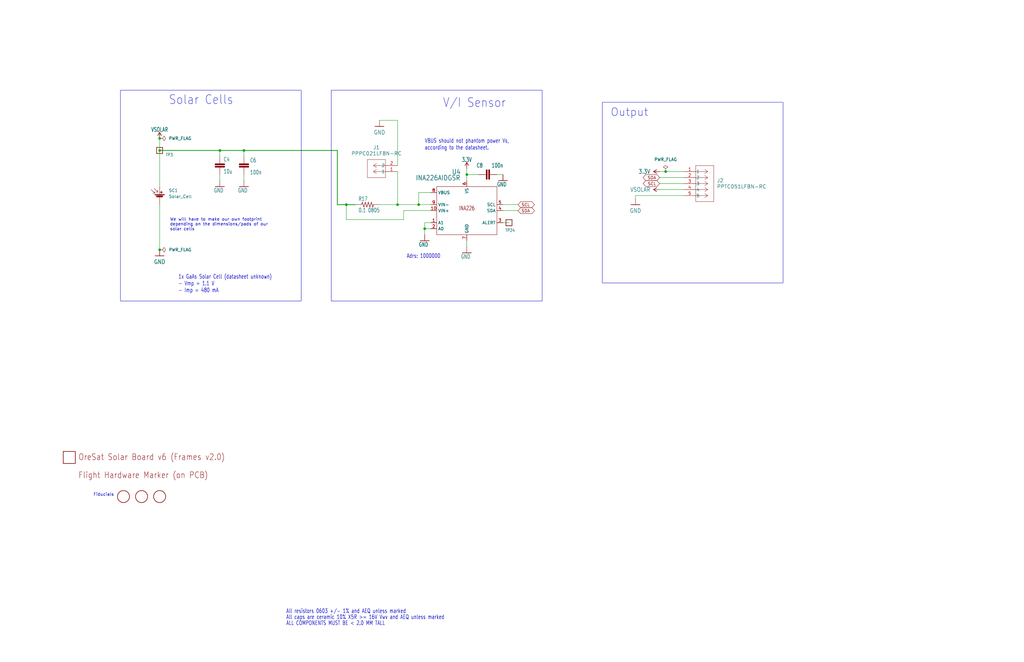
<source format=kicad_sch>
(kicad_sch (version 20250114) (generator "eeschema") (generator_version "9.0")
  (paper "USLedger")
  (title_block (title "OreSat Solar Module (for Frame 2.0)") (date "2023-12-20") (rev "6.0"))
  (lib_symbols
    (symbol "1u_panel-eagle-import:3.3V" (power)
      (property "Value" "3.3V" (at 0 2.794 0))
      (symbol "3.3V_1_0"
        (polyline (pts (xy 0 2.54) (xy -0.762 1.27)) (stroke (width 0.254)))
        (polyline (pts (xy 0.762 1.27) (xy 0 2.54)) (stroke (width 0.254)))
        (pin power_in line (at 0 0 90) (length 2.54) (name "3.3V") (number "1"))
      )
    )
    (symbol "1u_panel-eagle-import:FIDUCIAL"
      (symbol "FIDUCIAL_1_0"
        (circle (center 0 0) (radius 2.54) (stroke (width 0.254)))
      )
    )
    (symbol "1u_panel-eagle-import:FLIGHMARKERNEW"
      (symbol "FLIGHMARKERNEW_1_0"
        (text "Flight Hardware Marker (on PCB)" (at 0 0 0) (effects (font (size 2.54 2.159)) (justify left bottom)))
      )
    )
    (symbol "1u_panel-eagle-import:GND" (power)
      (property "Value" "GND" (at -2.54 -2.54 0))
      (symbol "GND_1_0"
        (polyline (pts (xy -1.905 0) (xy 1.905 0)) (stroke (width 0.254)))
        (pin power_in line (at 0 2.54 270) (length 2.54) (name "GND") (number "1"))
      )
    )
    (symbol "1u_panel-eagle-import:INA226AIDGSR"
      (symbol "INA226AIDGSR_1_0"
        (polyline (pts (xy -12.7 10.16) (xy -12.7 -10.16)) (stroke (width 0.1524)))
        (polyline (pts (xy -12.7 -10.16) (xy 12.7 -10.16)) (stroke (width 0.1524)))
        (polyline (pts (xy 12.7 10.16) (xy -12.7 10.16)) (stroke (width 0.1524)))
        (polyline (pts (xy 12.7 -10.16) (xy 12.7 10.16)) (stroke (width 0.1524)))
        (text "INA226" (at 0 0 0) (effects (font (size 1.778 1.27)) (justify bottom)))
        (pin input line (at -15.24 7.62 0) (length 2.54) (name "VBUS") (number "8"))
        (pin input line (at -15.24 2.54 0) (length 2.54) (name "VIN-") (number "9"))
        (pin input line (at -15.24 0 0) (length 2.54) (name "VIN+") (number "10"))
        (pin passive line (at -15.24 -5.08 0) (length 2.54) (name "A1") (number "1"))
        (pin passive line (at -15.24 -7.62 0) (length 2.54) (name "A0") (number "2"))
        (pin power_in line (at 0 12.7 270) (length 2.54) (name "VS") (number "6"))
        (pin power_in line (at 0 -12.7 90) (length 2.54) (name "GND") (number "7"))
        (pin input line (at 15.24 2.54 180) (length 2.54) (name "SCL") (number "5"))
        (pin bidirectional line (at 15.24 0 180) (length 2.54) (name "SDA") (number "4"))
        (pin output line (at 15.24 -5.08 180) (length 2.54) (name "ALERT") (number "3"))
      )
    )
    (symbol "1u_panel-eagle-import:ORESAT-SOLAR-BOARD-V4-SPECTROLABS"
      (symbol "ORESAT-SOLAR-BOARD-V4-SPECTROLABS_1_0"
        (polyline (pts (xy -2.54 2.54) (xy -2.54 -2.54)) (stroke (width 0.254)))
        (polyline (pts (xy -2.54 -2.54) (xy 2.54 -2.54)) (stroke (width 0.254)))
        (polyline (pts (xy 2.54 2.54) (xy -2.54 2.54)) (stroke (width 0.254)))
        (polyline (pts (xy 2.54 -2.54) (xy 2.54 2.54)) (stroke (width 0.254)))
        (text "OreSat Solar Board v6 (Frames v2.0)" (at 3.81 -1.27 0) (effects (font (size 2.54 2.159)) (justify left bottom)))
      )
    )
    (symbol "1u_panel-eagle-import:R-US_0805-C-NOSILK"
      (property "Reference" "R" (at -3.81 1.4986 0))
      (symbol "R-US_0805-C-NOSILK_1_0"
        (polyline (pts (xy -2.54 0) (xy -2.159 1.016)) (stroke (width 0.2032)))
        (polyline (pts (xy -2.159 1.016) (xy -1.524 -1.016)) (stroke (width 0.2032)))
        (polyline (pts (xy -1.524 -1.016) (xy -0.889 1.016)) (stroke (width 0.2032)))
        (polyline (pts (xy -0.889 1.016) (xy -0.254 -1.016)) (stroke (width 0.2032)))
        (polyline (pts (xy -0.254 -1.016) (xy 0.381 1.016)) (stroke (width 0.2032)))
        (polyline (pts (xy 0.381 1.016) (xy 1.016 -1.016)) (stroke (width 0.2032)))
        (polyline (pts (xy 1.016 -1.016) (xy 1.651 1.016)) (stroke (width 0.2032)))
        (polyline (pts (xy 1.651 1.016) (xy 2.286 -1.016)) (stroke (width 0.2032)))
        (polyline (pts (xy 2.286 -1.016) (xy 2.54 0)) (stroke (width 0.2032)))
        (pin passive line (at -5.08 0 0) (length 2.54) (name "1") (number "1"))
        (pin passive line (at 5.08 0 180) (length 2.54) (name "2") (number "2"))
      )
    )
    (symbol "1u_panel-eagle-import:TEST-POINT-LARGE-SQUARE"
      (property "Reference" "TP" (at -2.54 2.54 0))
      (symbol "TEST-POINT-LARGE-SQUARE_1_0"
        (polyline (pts (xy -1.27 1.27) (xy 1.27 1.27)) (stroke (width 0.254)))
        (polyline (pts (xy -1.27 -1.27) (xy -1.27 1.27)) (stroke (width 0.254)))
        (polyline (pts (xy 1.27 1.27) (xy 1.27 -1.27)) (stroke (width 0.254)))
        (polyline (pts (xy 1.27 -1.27) (xy -1.27 -1.27)) (stroke (width 0.254)))
        (pin passive line (at 0 0 0) (length 0) (name "1") (number "1"))
      )
    )
    (symbol "1u_panel-eagle-import:VSOLAR" (power)
      (property "Value" "VSOLAR" (at 0 2.794 0))
      (symbol "VSOLAR_1_0"
        (polyline (pts (xy 0 2.54) (xy -0.762 1.27)) (stroke (width 0.254)))
        (polyline (pts (xy 0.762 1.27) (xy 0 2.54)) (stroke (width 0.254)))
        (pin power_in line (at 0 0 90) (length 2.54) (name "VSOLAR") (number "1"))
      )
    )
    (symbol "1u_panel-eagle-import:oresat-rcl_C-EU0603-C-NOSILK"
      (property "Reference" "C" (at 1.524 0.381 0))
      (symbol "oresat-rcl_C-EU0603-C-NOSILK_1_0"
        (rectangle (start -2.032 -1.016) (end 2.032 -0.508) (fill (type outline)))
        (rectangle (start -2.032 -2.032) (end 2.032 -1.524) (fill (type outline)))
        (polyline (pts (xy 0 0) (xy 0 -0.508)) (stroke (width 0.1524)))
        (polyline (pts (xy 0 -2.54) (xy 0 -2.032)) (stroke (width 0.1524)))
        (pin passive line (at 0 2.54 270) (length 2.54) (name "1") (number "1"))
        (pin passive line (at 0 -5.08 90) (length 2.54) (name "2") (number "2"))
      )
    )
    (symbol "3.3V_1" (power)
      (property "Value" "3.3V" (at 0 2.794 0))
      (symbol "3.3V_1_1_0"
        (polyline (pts (xy 0 2.54) (xy -0.762 1.27)) (stroke (width 0.254)))
        (polyline (pts (xy 0.762 1.27) (xy 0 2.54)) (stroke (width 0.254)))
        (pin power_in line (at 0 0 90) (length 2.54) (name "3.3V") (number "1"))
      )
    )
    (symbol "Device:Solar_Cell" (pin_numbers (hide yes)) (pin_names (offset 0) (hide yes))
      (property "Reference" "SC" (at 2.54 2.54 0))
      (property "Value" "Solar_Cell" (at 2.54 0 0))
      (symbol "Solar_Cell_0_1"
        (polyline (pts (xy -2.032 3.048) (xy -2.032 2.286) (xy -2.794 2.286)))
        (polyline (pts (xy -2.032 2.286) (xy -3.556 3.81)))
        (rectangle (start -2.032 1.778) (end 2.032 1.524) (fill (type outline)))
        (rectangle (start -1.3208 1.1938) (end 1.27 0.6858) (fill (type outline)))
        (polyline (pts (xy -0.762 3.556) (xy -0.762 2.794) (xy -1.524 2.794)))
        (polyline (pts (xy -0.762 2.794) (xy -2.286 4.318)))
        (polyline (pts (xy 0 1.778) (xy 0 2.54)))
        (polyline (pts (xy 0 0.762) (xy 0 0)))
        (polyline (pts (xy 0.254 2.667) (xy 1.27 2.667)) (stroke (width 0.254)))
        (polyline (pts (xy 0.762 3.175) (xy 0.762 2.159)) (stroke (width 0.254)))
      )
      (symbol "Solar_Cell_1_1"
        (pin passive line (at 0 5.08 270) (length 2.54) (name "+") (number "1"))
        (pin passive line (at 0 -2.54 90) (length 2.54) (name "-") (number "2"))
      )
    )
    (symbol "GND_1" (power)
      (property "Value" "GND" (at -2.54 -2.54 0))
      (symbol "GND_1_1_0"
        (polyline (pts (xy -1.905 0) (xy 1.905 0)) (stroke (width 0.254)))
        (pin power_in line (at 0 2.54 270) (length 2.54) (name "GND") (number "1"))
      )
    )
    (symbol "GND_2" (power)
      (property "Value" "GND" (at -2.54 -2.54 0))
      (symbol "GND_2_1_0"
        (polyline (pts (xy -1.905 0) (xy 1.905 0)) (stroke (width 0.254)))
        (pin power_in line (at 0 2.54 270) (length 2.54) (name "GND") (number "1"))
      )
    )
    (symbol "GND_4" (power)
      (property "Value" "GND" (at -2.54 -2.54 0))
      (symbol "GND_4_1_0"
        (polyline (pts (xy -1.905 0) (xy 1.905 0)) (stroke (width 0.254)))
        (pin power_in line (at 0 2.54 270) (length 2.54) (name "GND") (number "1"))
      )
    )
    (symbol "VSOLAR_1" (power)
      (property "Value" "VSOLAR" (at 0 2.794 0))
      (symbol "VSOLAR_1_1_0"
        (polyline (pts (xy 0 2.54) (xy -0.762 1.27)) (stroke (width 0.254)))
        (polyline (pts (xy 0.762 1.27) (xy 0 2.54)) (stroke (width 0.254)))
        (pin power_in line (at 0 0 90) (length 2.54) (name "VSOLAR") (number "1"))
      )
    )
    (symbol "conn-2pin:PPPC021LFBN-RC" (pin_names (offset 0.254))
      (property "Reference" "J" (at 8.89 6.35 0))
      (property "Value" "PPPC021LFBN-RC" (at 0 0 0))
      (symbol "PPPC021LFBN-RC_1_1"
        (polyline (pts (xy 5.08 2.54) (xy 5.08 -5.08)) (stroke (width 0.127)))
        (polyline (pts (xy 5.08 -5.08) (xy 12.7 -5.08)) (stroke (width 0.127)))
        (polyline (pts (xy 10.16 0) (xy 5.08 0)) (stroke (width 0.127)))
        (polyline (pts (xy 10.16 0) (xy 8.89 0.8467)) (stroke (width 0.127)))
        (polyline (pts (xy 10.16 0) (xy 8.89 -0.8467)) (stroke (width 0.127)))
        (polyline (pts (xy 10.16 -2.54) (xy 5.08 -2.54)) (stroke (width 0.127)))
        (polyline (pts (xy 10.16 -2.54) (xy 8.89 -1.6933)) (stroke (width 0.127)))
        (polyline (pts (xy 10.16 -2.54) (xy 8.89 -3.3867)) (stroke (width 0.127)))
        (polyline (pts (xy 12.7 2.54) (xy 5.08 2.54)) (stroke (width 0.127)))
        (polyline (pts (xy 12.7 -5.08) (xy 12.7 2.54)) (stroke (width 0.127)))
        (pin unspecified line (at 0 0 0) (length 5.08) (name "1") (number "1"))
        (pin unspecified line (at 0 -2.54 0) (length 5.08) (name "2") (number "2"))
      )
      (symbol "PPPC021LFBN-RC_1_2"
        (polyline (pts (xy 5.08 2.54) (xy 5.08 -5.08)) (stroke (width 0.127)))
        (polyline (pts (xy 5.08 -5.08) (xy 12.7 -5.08)) (stroke (width 0.127)))
        (polyline (pts (xy 7.62 0) (xy 5.08 0)) (stroke (width 0.127)))
        (polyline (pts (xy 7.62 0) (xy 8.89 0.8467)) (stroke (width 0.127)))
        (polyline (pts (xy 7.62 0) (xy 8.89 -0.8467)) (stroke (width 0.127)))
        (polyline (pts (xy 7.62 -2.54) (xy 5.08 -2.54)) (stroke (width 0.127)))
        (polyline (pts (xy 7.62 -2.54) (xy 8.89 -1.6933)) (stroke (width 0.127)))
        (polyline (pts (xy 7.62 -2.54) (xy 8.89 -3.3867)) (stroke (width 0.127)))
        (polyline (pts (xy 12.7 2.54) (xy 5.08 2.54)) (stroke (width 0.127)))
        (polyline (pts (xy 12.7 -5.08) (xy 12.7 2.54)) (stroke (width 0.127)))
        (pin unspecified line (at 0 0 0) (length 5.08) (name "1") (number "1"))
        (pin unspecified line (at 0 -2.54 0) (length 5.08) (name "2") (number "2"))
      )
    )
    (symbol "conn-5pin:PPTC051LFBN-RC" (pin_names (offset 0.254))
      (property "Reference" "J" (at 8.89 6.35 0))
      (property "Value" "PPTC051LFBN-RC" (at -0.254 4.318 0))
      (symbol "PPTC051LFBN-RC_0_1"
        (polyline (pts (xy 5.08 2.54) (xy 5.08 -12.7)) (stroke (width 0.127)))
        (polyline (pts (xy 5.08 -12.7) (xy 12.7 -12.7)) (stroke (width 0.127)))
        (polyline (pts (xy 10.16 0) (xy 5.08 0)) (stroke (width 0.127)))
        (polyline (pts (xy 10.16 0) (xy 8.89 0.8467)) (stroke (width 0.127)))
        (polyline (pts (xy 10.16 0) (xy 8.89 -0.8467)) (stroke (width 0.127)))
        (polyline (pts (xy 10.16 -2.54) (xy 5.08 -2.54)) (stroke (width 0.127)))
        (polyline (pts (xy 10.16 -2.54) (xy 8.89 -1.6933)) (stroke (width 0.127)))
        (polyline (pts (xy 10.16 -2.54) (xy 8.89 -3.3867)) (stroke (width 0.127)))
        (polyline (pts (xy 10.16 -5.08) (xy 5.08 -5.08)) (stroke (width 0.127)))
        (polyline (pts (xy 10.16 -5.08) (xy 8.89 -4.2333)) (stroke (width 0.127)))
        (polyline (pts (xy 10.16 -5.08) (xy 8.89 -5.9267)) (stroke (width 0.127)))
        (polyline (pts (xy 10.16 -7.62) (xy 5.08 -7.62)) (stroke (width 0.127)))
        (polyline (pts (xy 10.16 -7.62) (xy 8.89 -6.7733)) (stroke (width 0.127)))
        (polyline (pts (xy 10.16 -7.62) (xy 8.89 -8.4667)) (stroke (width 0.127)))
        (polyline (pts (xy 10.16 -10.16) (xy 5.08 -10.16)) (stroke (width 0.127)))
        (polyline (pts (xy 10.16 -10.16) (xy 8.89 -9.3133)) (stroke (width 0.127)))
        (polyline (pts (xy 10.16 -10.16) (xy 8.89 -11.0067)) (stroke (width 0.127)))
        (polyline (pts (xy 12.7 2.54) (xy 5.08 2.54)) (stroke (width 0.127)))
        (polyline (pts (xy 12.7 -12.7) (xy 12.7 2.54)) (stroke (width 0.127)))
      )
      (symbol "PPTC051LFBN-RC_1_1"
        (pin bidirectional line (at 0 0 0) (length 5.08) (name "1") (number "1"))
        (pin bidirectional line (at 0 -2.54 0) (length 5.08) (name "2") (number "2"))
        (pin bidirectional line (at 0 -5.08 0) (length 5.08) (name "3") (number "3"))
        (pin bidirectional line (at 0 -7.62 0) (length 5.08) (name "4") (number "4"))
        (pin bidirectional line (at 0 -10.16 0) (length 5.08) (name "5") (number "5"))
      )
    )
    (symbol "power:PWR_FLAG" (power) (pin_numbers (hide yes)) (pin_names (offset 0) (hide yes))
      (property "Value" "PWR_FLAG" (at 0 3.81 0))
      (symbol "PWR_FLAG_0_0"
        (pin power_out line (at 0 0 90) (length 0) (name "~") (number "1"))
      )
      (symbol "PWR_FLAG_0_1"
        (polyline (pts (xy 0 0) (xy 0 1.27) (xy -1.016 1.905) (xy 0 2.54) (xy 1.016 1.905) (xy 0 1.27)))
      )
    )
  )
  (rectangle (start 254 43.18) (end 330.2 119.38))
  (rectangle (start 139.7 38.1) (end 228.6 127))
  (rectangle (start 50.8 38.1) (end 127 127))
  (text "ALL COMPONENTS MUST BE < 2.0 MM TALL" (at 120.65 264.16 0) (effects (font (size 1.778 1.27)) (justify left bottom)))
  (text "All resistors 0603 +/- 1% and AEQ unless marked" (at 120.65 259.08 0) (effects (font (size 1.778 1.27)) (justify left bottom)))
  (text "Solar Cells" (at 71.12 44.45 0) (effects (font (size 3.81 3.2385)) (justify left bottom)))
  (text "We will have to make our own footprint \ndepending on the dimensions/pads of our \nsolar cells" (at 71.628 94.742 0) (effects (font (size 1.27 1.27)) (justify left)))
  (text "All caps are ceramic 10% X5R >= 16V Vwv and AEQ unless marked" (at 120.65 261.62 0) (effects (font (size 1.778 1.27)) (justify left bottom)))
  (text "Fiducials" (at 39.37 209.55 0) (effects (font (size 1.27 1.27)) (justify left bottom)))
  (text "VBUS should not phantom power Vs,\naccording to the datasheet." (at 179.07 63.5 0) (effects (font (size 1.778 1.27)) (justify left bottom)))
  (text "V/I Sensor" (at 186.69 45.72 0) (effects (font (size 3.81 3.2385)) (justify left bottom)))
  (text "1x GaAs Solar Cell (datasheet unknown)\n- Vmp = 1.1 V\n- Imp = 480 mA" (at 75.184 123.698 0) (effects (font (size 1.778 1.27)) (justify left bottom)))
  (text "ALL COMPONENTS ABOVE FASTENERS MUST BE < 0.7 MM TALL" (at 29.21 292.1 0) (effects (font (size 1.778 1.27)) (justify left bottom)))
  (text "Adrs: 1000000" (at 171.45 109.22 0) (effects (font (size 1.778 1.27)) (justify left bottom)))
  (text "Output" (at 265.43 47.498 0) (effects (font (size 3.2385 3.2385))))
  (junction (at 92.71 63.5))
  (junction (at 167.64 86.36))
  (junction (at 67.31 105.41))
  (junction (at 102.87 63.5))
  (junction (at 280.67 72.39))
  (junction (at 67.31 58.42))
  (junction (at 196.85 73.66))
  (junction (at 176.53 86.36))
  (junction (at 179.07 96.52))
  (junction (at 67.31 63.5))
  (junction (at 146.05 86.36))
  (wire (pts (xy 176.53 86.36) (xy 181.61 86.36)))
  (wire (pts (xy 196.85 73.66) (xy 201.93 73.66)) (stroke (width 0.1524)))
  (wire (pts (xy 102.87 76.2) (xy 102.87 73.66)) (stroke (width 0.1524)))
  (wire (pts (xy 196.85 73.66) (xy 196.85 71.12)) (stroke (width 0.1524)))
  (wire (pts (xy 181.61 81.28) (xy 176.53 81.28)))
  (wire (pts (xy 167.64 86.36) (xy 176.53 86.36)))
  (wire (pts (xy 278.13 77.47) (xy 288.29 77.47)))
  (wire (pts (xy 142.24 63.5) (xy 142.24 86.36)) (stroke (width 0.3048)))
  (wire (pts (xy 102.87 63.5) (xy 142.24 63.5)) (stroke (width 0.3048)))
  (wire (pts (xy 280.67 72.39) (xy 288.29 72.39)))
  (wire (pts (xy 176.53 81.28) (xy 176.53 86.36)))
  (wire (pts (xy 179.07 93.98) (xy 179.07 96.52)) (stroke (width 0.1524)))
  (wire (pts (xy 67.31 63.5) (xy 67.31 58.42)) (stroke (width 0.1524)))
  (wire (pts (xy 170.18 88.9) (xy 170.18 92.71)))
  (wire (pts (xy 102.87 66.04) (xy 102.87 63.5)) (stroke (width 0.1524)))
  (wire (pts (xy 278.13 72.39) (xy 280.67 72.39)))
  (wire (pts (xy 146.05 92.71) (xy 146.05 86.36)))
  (wire (pts (xy 179.07 96.52) (xy 179.07 99.06)) (stroke (width 0.1524)))
  (wire (pts (xy 167.64 50.8) (xy 167.64 69.85)))
  (wire (pts (xy 167.64 72.39) (xy 167.64 86.36)))
  (wire (pts (xy 67.31 86.36) (xy 67.31 105.41)))
  (wire (pts (xy 92.71 73.66) (xy 92.71 76.2)) (stroke (width 0.1524)))
  (wire (pts (xy 218.44 86.36) (xy 212.09 86.36)) (stroke (width 0.1524)))
  (wire (pts (xy 179.07 96.52) (xy 181.61 96.52)) (stroke (width 0.1524)))
  (wire (pts (xy 196.85 76.2) (xy 196.85 73.66)) (stroke (width 0.1524)))
  (wire (pts (xy 288.29 82.55) (xy 267.97 82.55)))
  (wire (pts (xy 212.09 73.66) (xy 209.55 73.66)) (stroke (width 0.1524)))
  (wire (pts (xy 92.71 63.5) (xy 102.87 63.5)) (stroke (width 0.3048)))
  (wire (pts (xy 278.13 74.93) (xy 288.29 74.93)))
  (wire (pts (xy 167.64 50.8) (xy 160.02 50.8)))
  (wire (pts (xy 214.63 93.98) (xy 212.09 93.98)) (stroke (width 0.1524)))
  (wire (pts (xy 278.13 80.01) (xy 288.29 80.01)))
  (wire (pts (xy 267.97 82.55) (xy 267.97 83.82)))
  (wire (pts (xy 181.61 88.9) (xy 170.18 88.9)))
  (wire (pts (xy 196.85 104.14) (xy 196.85 101.6)) (stroke (width 0.1524)))
  (wire (pts (xy 92.71 66.04) (xy 92.71 63.5)) (stroke (width 0.1524)))
  (wire (pts (xy 179.07 93.98) (xy 181.61 93.98)) (stroke (width 0.1524)))
  (wire (pts (xy 212.09 88.9) (xy 218.44 88.9)) (stroke (width 0.1524)))
  (wire (pts (xy 67.31 63.5) (xy 92.71 63.5)) (stroke (width 0.3048)))
  (wire (pts (xy 67.31 63.5) (xy 67.31 72.39)) (stroke (width 0.1524)))
  (wire (pts (xy 160.02 86.36) (xy 167.64 86.36)))
  (wire (pts (xy 170.18 92.71) (xy 146.05 92.71)))
  (wire (pts (xy 67.31 72.39) (xy 67.31 78.74)))
  (wire (pts (xy 142.24 86.36) (xy 146.05 86.36)) (stroke (width 0.3048)))
  (wire (pts (xy 146.05 86.36) (xy 149.86 86.36)) (stroke (width 0.3048)))
  (global_label "SCL" (shape bidirectional) (at 218.44 86.36 0) (effects (font (size 1.2446 1.2446))) (property "Intersheetrefs" "${INTERSHEET_REFS}" (effects (hide yes))))
  (global_label "SCL" (shape bidirectional) (at 278.13 77.47 180) (effects (font (size 1.2446 1.2446))) (property "Intersheetrefs" "${INTERSHEET_REFS}" (effects (hide yes))))
  (global_label "SDA" (shape bidirectional) (at 278.13 74.93 180) (effects (font (size 1.2446 1.2446))) (property "Intersheetrefs" "${INTERSHEET_REFS}" (effects (hide yes))))
  (global_label "SDA" (shape bidirectional) (at 218.44 88.9 0) (effects (font (size 1.2446 1.2446))) (property "Intersheetrefs" "${INTERSHEET_REFS}" (effects (hide yes))))
  (symbol (lib_id "1u_panel-eagle-import:GND") (at 92.71 78.74 0) (unit 1)
    (property "Reference" "#GND02" (effects (hide yes)))
    (property "Value" "GND" (at 90.17 81.28 0) (effects (font (size 1.778 1.27)) (justify left bottom)))
  )
  (symbol (lib_id "1u_panel-eagle-import:oresat-rcl_C-EU0603-C-NOSILK") (at 204.47 73.66 90) (mirror x) (unit 1)
    (property "Reference" "C8" (at 200.914 70.739 90) (effects (font (size 1.778 1.27)) (justify right bottom)))
    (property "Value" "100n" (at 207.264 70.739 90) (effects (font (size 1.778 1.27)) (justify right bottom)))
    (property "Footprint" "1u_panel:.0603-C-NOSILK" (effects (hide yes)))
    (property "DIS" "Digi-Key" (effects (hide yes)))
    (property "DPN" "1276-6985-1-ND" (effects (hide yes)))
    (property "MFR" "Kemet" (effects (hide yes)))
    (property "MPN" "CL10B104KB85PND" (effects (hide yes)))
  )
  (symbol (lib_id "1u_panel-eagle-import:GND") (at 212.09 76.2 0) (unit 1)
    (property "Reference" "#GND043" (effects (hide yes)))
    (property "Value" "GND" (at 209.55 78.74 0) (effects (font (size 1.778 1.27)) (justify left bottom)))
  )
  (symbol (lib_id "1u_panel-eagle-import:FLIGHMARKERNEW") (at 33.02 201.93 0) (unit 1)
    (property "Reference" "U$1" (effects (hide yes)))
    (property "Value" "FLIGHMARKERNEW" (effects (hide yes)))
    (property "Footprint" "1u_panel:FLIGHTMARKER_NEW_BOARDS" (effects (hide yes)))
  )
  (symbol (lib_name "3.3V_1") (lib_id "1u_panel-eagle-import:3.3V") (at 278.13 72.39 90) (unit 1)
    (property "Reference" "#SUPPLY01" (effects (hide yes)))
    (property "Value" "3.3V" (at 274.32 72.39 90) (effects (font (size 1.778 1.5113)) (justify left)))
  )
  (symbol (lib_id "power:PWR_FLAG") (at 67.31 105.41 270) (unit 1)
    (property "Reference" "#FLG02" (effects (hide yes)))
    (property "Value" "PWR_FLAG" (at 71.12 105.4099 90) (effects (justify left)))
    (property "Description" "Special symbol for telling ERC where power comes from" (effects (hide yes)))
  )
  (symbol (lib_id "1u_panel-eagle-import:FIDUCIAL") (at 52.07 209.55 0) (unit 1)
    (property "Reference" "U$4" (effects (hide yes)))
    (property "Value" "FIDUCIAL" (effects (hide yes)))
    (property "Footprint" "1u_panel:FIDUCIAL_1MM" (effects (hide yes)))
  )
  (symbol (lib_id "1u_panel-eagle-import:TEST-POINT-LARGE-SQUARE") (at 67.31 63.5 0) (unit 1)
    (property "Reference" "TP3" (at 69.85 66.04 0) (effects (font (size 1.27 1.0795)) (justify left bottom)))
    (property "Value" "TEST-POINT-LARGE-SQUARE" (effects (hide yes)))
    (property "Footprint" "1u_panel:1X01" (effects (hide yes)))
  )
  (symbol (lib_id "1u_panel-eagle-import:FIDUCIAL") (at 67.31 209.55 0) (unit 1)
    (property "Reference" "U$3" (effects (hide yes)))
    (property "Value" "FIDUCIAL" (effects (hide yes)))
    (property "Footprint" "1u_panel:FIDUCIAL_1MM" (effects (hide yes)))
  )
  (symbol (lib_id "conn-5pin:PPTC051LFBN-RC") (at 288.29 72.39 0) (unit 1)
    (property "Reference" "J2" (at 302.26 76.1999 0) (effects (font (size 1.524 1.524)) (justify left)))
    (property "Value" "PPTC051LFBN-RC" (at 302.26 78.7399 0) (effects (font (size 1.524 1.524)) (justify left)))
    (property "Footprint" "CONN5_1LFBN-RC_SUL" (effects (hide yes)))
    (property "Datasheet" "PPTC051LFBN-RC" (effects (hide yes)))
  )
  (symbol (lib_id "power:PWR_FLAG") (at 280.67 72.39 0) (unit 1)
    (property "Reference" "#FLG03" (effects (hide yes)))
    (property "Value" "PWR_FLAG" (at 280.67 67.31 0))
    (property "Description" "Special symbol for telling ERC where power comes from" (effects (hide yes)))
  )
  (symbol (lib_id "1u_panel-eagle-import:GND") (at 102.87 78.74 0) (unit 1)
    (property "Reference" "#GND03" (effects (hide yes)))
    (property "Value" "GND" (at 100.33 81.28 0) (effects (font (size 1.778 1.27)) (justify left bottom)))
  )
  (symbol (lib_id "conn-2pin:PPPC021LFBN-RC") (at 167.64 72.39 180) (unit 1)
    (property "Reference" "J1" (at 158.75 62.23 0) (effects (font (size 1.524 1.524))))
    (property "Value" "PPPC021LFBN-RC" (at 158.75 64.77 0) (effects (font (size 1.524 1.524))))
    (property "Footprint" "conn-2pin:CONN_PPPC021_SUL" (effects (hide yes)))
    (property "Datasheet" "PPPC021LFBN-RC" (effects (hide yes)))
  )
  (symbol (lib_id "1u_panel-eagle-import:oresat-rcl_C-EU0603-C-NOSILK") (at 102.87 68.58 0) (unit 1)
    (property "Reference" "C6" (at 105.41 68.58 0) (effects (font (size 1.778 1.27)) (justify left bottom)))
    (property "Value" "100n" (at 105.41 73.66 0) (effects (font (size 1.778 1.27)) (justify left bottom)))
    (property "Footprint" "1u_panel:.0603-C-NOSILK" (effects (hide yes)))
    (property "DIS" "Digi-Key" (effects (hide yes)))
    (property "DPN" "1276-6985-1-ND" (effects (hide yes)))
    (property "MFR" "Kemet" (effects (hide yes)))
    (property "MPN" "CL10B104KB85PND" (effects (hide yes)))
  )
  (symbol (lib_name "GND_2") (lib_id "1u_panel-eagle-import:GND") (at 160.02 53.34 0) (unit 1)
    (property "Reference" "#GND05" (effects (hide yes)))
    (property "Value" "GND" (at 160.02 55.88 0) (effects (font (size 1.778 1.5113))))
  )
  (symbol (lib_id "Device:Solar_Cell") (at 67.31 83.82 0) (unit 1)
    (property "Reference" "SC1" (at 71.12 80.3909 0) (effects (justify left)))
    (property "Value" "Solar_Cell" (at 71.12 82.9309 0) (effects (justify left)))
    (property "Description" "Single solar cell" (effects (hide yes)))
  )
  (symbol (lib_id "1u_panel-eagle-import:ORESAT-SOLAR-BOARD-V4-SPECTROLABS") (at 29.21 193.04 0) (unit 1)
    (property "Reference" "PCB1" (effects (hide yes)))
    (property "Value" "ORESAT-SOLAR-BOARD-V4-SPECTROLABS" (effects (hide yes)))
    (property "Footprint" "1u_panel:ORESAT-SOLAR-BOARD-V4" (effects (hide yes)))
  )
  (symbol (lib_name "GND_1") (lib_id "1u_panel-eagle-import:GND") (at 267.97 86.36 0) (unit 1)
    (property "Reference" "#GND04" (effects (hide yes)))
    (property "Value" "GND" (at 267.97 88.9 0) (effects (font (size 1.778 1.5113))))
  )
  (symbol (lib_id "1u_panel-eagle-import:FIDUCIAL") (at 59.69 209.55 0) (unit 1)
    (property "Reference" "U$2" (effects (hide yes)))
    (property "Value" "FIDUCIAL" (effects (hide yes)))
    (property "Footprint" "1u_panel:FIDUCIAL_1MM" (effects (hide yes)))
  )
  (symbol (lib_id "1u_panel-eagle-import:R-US_0805-C-NOSILK") (at 154.94 86.36 0) (unit 1)
    (property "Reference" "R17" (at 151.13 84.8614 0) (effects (font (size 1.778 1.27)) (justify left bottom)))
    (property "Value" "0.1 0805" (at 151.13 89.662 0) (effects (font (size 1.778 1.27)) (justify left bottom)))
    (property "Footprint" "1u_panel:.0805-C-NOSILK" (effects (hide yes)))
    (property "DIS" "Digi-Key" (effects (hide yes)))
    (property "DPN" "RMCF0805ZT0R00CT-ND" (effects (hide yes)))
    (property "MFR" "Stackpole" (effects (hide yes)))
    (property "MPN" "RMCF0805ZT0R00" (effects (hide yes)))
  )
  (symbol (lib_name "VSOLAR_1") (lib_id "1u_panel-eagle-import:VSOLAR") (at 278.13 80.01 90) (unit 1)
    (property "Reference" "#VSOLAR02" (effects (hide yes)))
    (property "Value" "VSOLAR" (at 274.32 80.01 90) (effects (font (size 1.778 1.5113)) (justify left)))
  )
  (symbol (lib_id "1u_panel-eagle-import:GND") (at 179.07 101.6 0) (unit 1)
    (property "Reference" "#GND08" (effects (hide yes)))
    (property "Value" "GND" (at 176.53 104.14 0) (effects (font (size 1.778 1.27)) (justify left bottom)))
  )
  (symbol (lib_id "1u_panel-eagle-import:TEST-POINT-LARGE-SQUARE") (at 214.63 93.98 180) (unit 1)
    (property "Reference" "TP24" (at 217.17 96.52 0) (effects (font (size 1.27 1.0795)) (justify left bottom)))
    (property "Value" "TEST-POINT-LARGE-SQUARE" (effects (hide yes)))
    (property "Footprint" "1u_panel:1X01" (effects (hide yes)))
  )
  (symbol (lib_id "1u_panel-eagle-import:3.3V") (at 196.85 71.12 0) (unit 1)
    (property "Reference" "#SUPPLY06" (effects (hide yes)))
    (property "Value" "3.3V" (at 196.85 68.326 0) (effects (font (size 1.778 1.27)) (justify bottom)))
  )
  (symbol (lib_name "GND_4") (lib_id "1u_panel-eagle-import:GND") (at 67.31 107.95 0) (unit 1)
    (property "Reference" "#GND01" (effects (hide yes)))
    (property "Value" "GND" (at 67.31 110.49 0) (effects (font (size 1.778 1.5113))))
  )
  (symbol (lib_id "1u_panel-eagle-import:GND") (at 196.85 106.68 0) (unit 1)
    (property "Reference" "#GND07" (effects (hide yes)))
    (property "Value" "GND" (at 194.31 109.22 0) (effects (font (size 1.778 1.27)) (justify left bottom)))
  )
  (symbol (lib_id "1u_panel-eagle-import:VSOLAR") (at 67.31 58.42 0) (unit 1)
    (property "Reference" "#VSOLAR01" (effects (hide yes)))
    (property "Value" "VSOLAR" (at 67.31 55.626 0) (effects (font (size 1.778 1.27)) (justify bottom)))
  )
  (symbol (lib_id "power:PWR_FLAG") (at 67.31 58.42 270) (unit 1)
    (property "Reference" "#FLG01" (effects (hide yes)))
    (property "Value" "PWR_FLAG" (at 71.12 58.4199 90) (effects (justify left)))
    (property "Description" "Special symbol for telling ERC where power comes from" (effects (hide yes)))
  )
  (symbol (lib_id "1u_panel-eagle-import:INA226AIDGSR") (at 196.85 88.9 0) (unit 1)
    (property "Reference" "U4" (at 190.5 73.66 0) (effects (font (size 2.0828 1.7703)) (justify left bottom)))
    (property "Value" "INA226AIDGSR" (at 175.26 76.2 0) (effects (font (size 2.0828 1.7703)) (justify left bottom)))
    (property "Footprint" "1u_panel:DGS10" (effects (hide yes)))
    (property "Datasheet" "https://www.ti.com/lit/ds/symlink/ina226.pdf?HQS=dis-dk-null-digikeymode-dsf-pf-null-wwe&ts=1683058782602&ref_url=https%253A%252F%252Fwww.ti.com%252Fgeneral%252Fdocs%252Fsuppproductinfo.tsp%253FdistId%253D10%2526gotoUrl%253Dhttps%253A%252F%252Fwww.ti.com%252Flit%252Fgpn%252Fina226" (effects (hide yes)))
    (property "DIS" "Digi-Key" (effects (hide yes)))
    (property "DPN" "296-29034-1-ND" (effects (hide yes)))
    (property "MFR" "TI" (effects (hide yes)))
    (property "MPN" "INA226AIDGSR" (effects (hide yes)))
  )
  (symbol (lib_id "1u_panel-eagle-import:oresat-rcl_C-EU0603-C-NOSILK") (at 92.71 68.58 0) (unit 1)
    (property "Reference" "C4" (at 94.234 68.199 0) (effects (font (size 1.778 1.27)) (justify left bottom)))
    (property "Value" "10u" (at 94.234 73.279 0) (effects (font (size 1.778 1.27)) (justify left bottom)))
    (property "Footprint" "1u_panel:.0603-C-NOSILK" (effects (hide yes)))
    (property "DIS" "Digi-Key" (effects (hide yes)))
    (property "DPN" "490-12317-1-ND" (effects (hide yes)))
    (property "MFR" "Murata" (effects (hide yes)))
    (property "MPN" "GRT188R61C106KE13D" (effects (hide yes)))
  )
)
</source>
